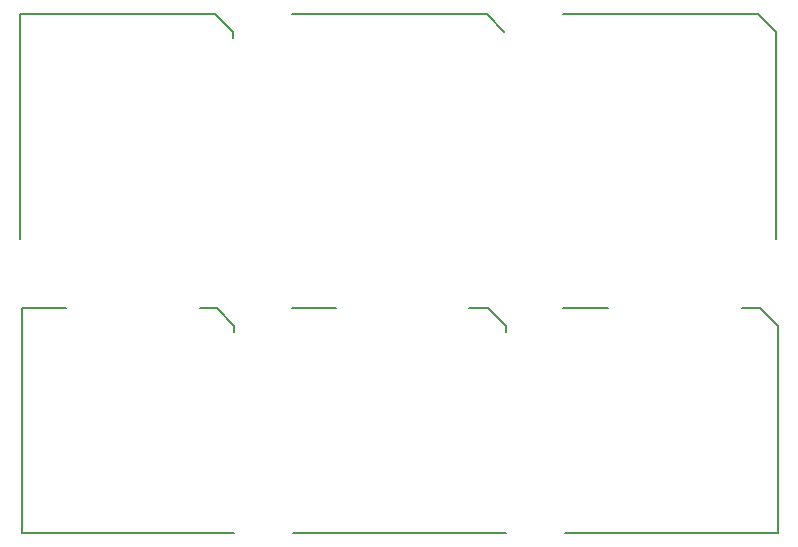
<source format=gm1>
G04*
G04 #@! TF.GenerationSoftware,Altium Limited,Altium Designer,20.0.13 (296)*
G04*
G04 Layer_Color=16711935*
%FSLAX25Y25*%
%MOIN*%
G70*
G01*
G75*
%ADD11C,0.00787*%
G54D11*
X181102Y0D02*
X251969D01*
Y66929D01*
Y68898D01*
X246063Y74803D02*
X251969Y68898D01*
X90551Y0D02*
X161417D01*
Y66929D02*
Y68898D01*
X155512Y74803D02*
X161417Y68898D01*
X0Y0D02*
X70866D01*
Y66929D02*
Y68898D01*
X64961Y74803D02*
X70866Y68898D01*
X0Y0D02*
Y74803D01*
X14754D01*
X59342D02*
X64961D01*
X149106D02*
X155512D01*
X89984D02*
X104724D01*
X240051D02*
X246063D01*
X180535Y75024D02*
X195476Y75094D01*
X251468Y98000D02*
Y164929D01*
Y166898D01*
X245563Y172803D02*
X251468Y166898D01*
X198811Y172803D02*
X231291D01*
X180602D02*
X198811D01*
X231291D02*
X245563D01*
X155012D02*
X160917Y166898D01*
X108260Y172803D02*
X140740D01*
X90051D02*
X108260D01*
X140740D02*
X155012D01*
X70366Y164929D02*
Y166898D01*
X64461Y172803D02*
X70366Y166898D01*
X17709Y172803D02*
X50189D01*
X-500Y98000D02*
Y172803D01*
X17709D01*
X50189D02*
X64461D01*
M02*

</source>
